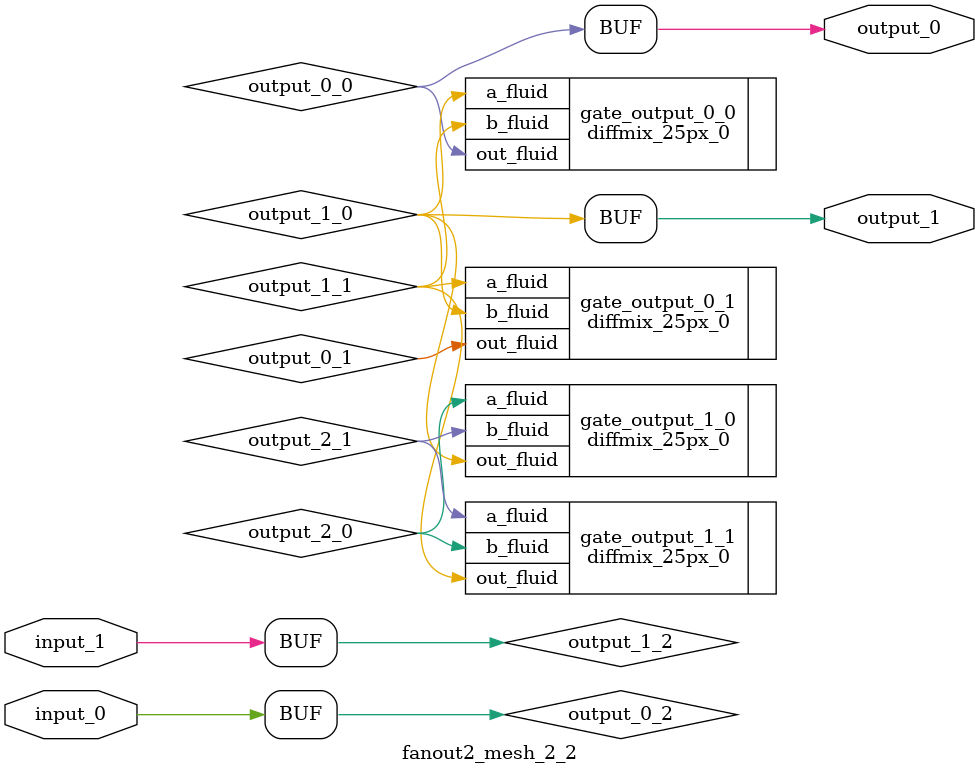
<source format=v>
module fanout2_mesh_2_2 (
output output_0,output output_1,input input_0,input input_1
);
wire output_1_0, output_1_1, output_0_0;
diffmix_25px_0 gate_output_0_0(.a_fluid(output_1_0), .b_fluid(output_1_1), .out_fluid(output_0_0));
wire output_2_0, output_2_1, output_1_0;
diffmix_25px_0 gate_output_1_0(.a_fluid(output_2_0), .b_fluid(output_2_1), .out_fluid(output_1_0));
wire output_1_1, output_1_0, output_0_1;
diffmix_25px_0 gate_output_0_1(.a_fluid(output_1_1), .b_fluid(output_1_0), .out_fluid(output_0_1));
wire output_2_1, output_2_0, output_1_1;
diffmix_25px_0 gate_output_1_1(.a_fluid(output_2_1), .b_fluid(output_2_0), .out_fluid(output_1_1));
assign output_0 = output_0_0;
wire output_0_2;
assign output_0_2 = input_0;
assign output_1 = output_1_0;
wire output_1_2;
assign output_1_2 = input_1;
endmodule

</source>
